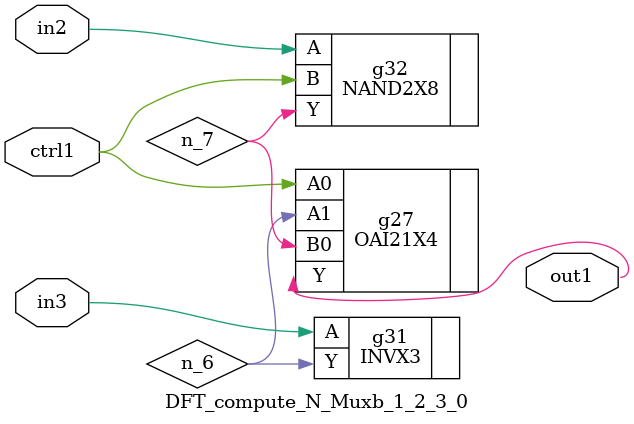
<source format=v>
`timescale 1ps / 1ps


module DFT_compute_N_Muxb_1_2_3_0(in3, in2, ctrl1, out1);
  input in3, in2, ctrl1;
  output out1;
  wire in3, in2, ctrl1;
  wire out1;
  wire n_6, n_7;
  OAI21X4 g27(.A0 (ctrl1), .A1 (n_6), .B0 (n_7), .Y (out1));
  INVX3 g31(.A (in3), .Y (n_6));
  NAND2X8 g32(.A (in2), .B (ctrl1), .Y (n_7));
endmodule



</source>
